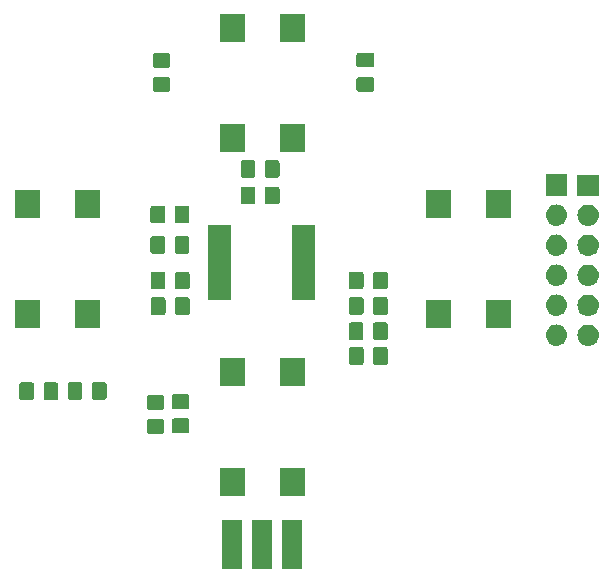
<source format=gts>
G04 #@! TF.GenerationSoftware,KiCad,Pcbnew,(5.1.4)-1*
G04 #@! TF.CreationDate,2019-11-25T22:33:41+01:00*
G04 #@! TF.ProjectId,STEM,5354454d-2e6b-4696-9361-645f70636258,A*
G04 #@! TF.SameCoordinates,Original*
G04 #@! TF.FileFunction,Soldermask,Top*
G04 #@! TF.FilePolarity,Negative*
%FSLAX46Y46*%
G04 Gerber Fmt 4.6, Leading zero omitted, Abs format (unit mm)*
G04 Created by KiCad (PCBNEW (5.1.4)-1) date 2019-11-25 22:33:41*
%MOMM*%
%LPD*%
G04 APERTURE LIST*
%ADD10C,0.100000*%
G04 APERTURE END LIST*
D10*
G36*
X125853000Y-141209000D02*
G01*
X124227000Y-141209000D01*
X124227000Y-137107000D01*
X125853000Y-137107000D01*
X125853000Y-141209000D01*
X125853000Y-141209000D01*
G37*
G36*
X123313000Y-141209000D02*
G01*
X121687000Y-141209000D01*
X121687000Y-137107000D01*
X123313000Y-137107000D01*
X123313000Y-141209000D01*
X123313000Y-141209000D01*
G37*
G36*
X120773000Y-141209000D02*
G01*
X119147000Y-141209000D01*
X119147000Y-137107000D01*
X120773000Y-137107000D01*
X120773000Y-141209000D01*
X120773000Y-141209000D01*
G37*
G36*
X126139500Y-135062900D02*
G01*
X124012500Y-135062900D01*
X124012500Y-132685900D01*
X126139500Y-132685900D01*
X126139500Y-135062900D01*
X126139500Y-135062900D01*
G37*
G36*
X121064500Y-135062900D02*
G01*
X118937500Y-135062900D01*
X118937500Y-132685900D01*
X121064500Y-132685900D01*
X121064500Y-135062900D01*
X121064500Y-135062900D01*
G37*
G36*
X114064654Y-128555965D02*
G01*
X114102347Y-128567399D01*
X114137083Y-128585966D01*
X114167528Y-128610952D01*
X114192514Y-128641397D01*
X114211081Y-128676133D01*
X114222515Y-128713826D01*
X114226980Y-128759161D01*
X114226980Y-129595839D01*
X114222515Y-129641174D01*
X114211081Y-129678867D01*
X114192514Y-129713603D01*
X114167528Y-129744048D01*
X114137083Y-129769034D01*
X114102347Y-129787601D01*
X114064654Y-129799035D01*
X114019319Y-129803500D01*
X112932641Y-129803500D01*
X112887306Y-129799035D01*
X112849613Y-129787601D01*
X112814877Y-129769034D01*
X112784432Y-129744048D01*
X112759446Y-129713603D01*
X112740879Y-129678867D01*
X112729445Y-129641174D01*
X112724980Y-129595839D01*
X112724980Y-128759161D01*
X112729445Y-128713826D01*
X112740879Y-128676133D01*
X112759446Y-128641397D01*
X112784432Y-128610952D01*
X112814877Y-128585966D01*
X112849613Y-128567399D01*
X112887306Y-128555965D01*
X112932641Y-128551500D01*
X114019319Y-128551500D01*
X114064654Y-128555965D01*
X114064654Y-128555965D01*
G37*
G36*
X116193174Y-128507705D02*
G01*
X116230867Y-128519139D01*
X116265603Y-128537706D01*
X116296048Y-128562692D01*
X116321034Y-128593137D01*
X116339601Y-128627873D01*
X116351035Y-128665566D01*
X116355500Y-128710901D01*
X116355500Y-129547579D01*
X116351035Y-129592914D01*
X116339601Y-129630607D01*
X116321034Y-129665343D01*
X116296048Y-129695788D01*
X116265603Y-129720774D01*
X116230867Y-129739341D01*
X116193174Y-129750775D01*
X116147839Y-129755240D01*
X115061161Y-129755240D01*
X115015826Y-129750775D01*
X114978133Y-129739341D01*
X114943397Y-129720774D01*
X114912952Y-129695788D01*
X114887966Y-129665343D01*
X114869399Y-129630607D01*
X114857965Y-129592914D01*
X114853500Y-129547579D01*
X114853500Y-128710901D01*
X114857965Y-128665566D01*
X114869399Y-128627873D01*
X114887966Y-128593137D01*
X114912952Y-128562692D01*
X114943397Y-128537706D01*
X114978133Y-128519139D01*
X115015826Y-128507705D01*
X115061161Y-128503240D01*
X116147839Y-128503240D01*
X116193174Y-128507705D01*
X116193174Y-128507705D01*
G37*
G36*
X114064654Y-126505965D02*
G01*
X114102347Y-126517399D01*
X114137083Y-126535966D01*
X114167528Y-126560952D01*
X114192514Y-126591397D01*
X114211081Y-126626133D01*
X114222515Y-126663826D01*
X114226980Y-126709161D01*
X114226980Y-127545839D01*
X114222515Y-127591174D01*
X114211081Y-127628867D01*
X114192514Y-127663603D01*
X114167528Y-127694048D01*
X114137083Y-127719034D01*
X114102347Y-127737601D01*
X114064654Y-127749035D01*
X114019319Y-127753500D01*
X112932641Y-127753500D01*
X112887306Y-127749035D01*
X112849613Y-127737601D01*
X112814877Y-127719034D01*
X112784432Y-127694048D01*
X112759446Y-127663603D01*
X112740879Y-127628867D01*
X112729445Y-127591174D01*
X112724980Y-127545839D01*
X112724980Y-126709161D01*
X112729445Y-126663826D01*
X112740879Y-126626133D01*
X112759446Y-126591397D01*
X112784432Y-126560952D01*
X112814877Y-126535966D01*
X112849613Y-126517399D01*
X112887306Y-126505965D01*
X112932641Y-126501500D01*
X114019319Y-126501500D01*
X114064654Y-126505965D01*
X114064654Y-126505965D01*
G37*
G36*
X116193174Y-126457705D02*
G01*
X116230867Y-126469139D01*
X116265603Y-126487706D01*
X116296048Y-126512692D01*
X116321034Y-126543137D01*
X116339601Y-126577873D01*
X116351035Y-126615566D01*
X116355500Y-126660901D01*
X116355500Y-127497579D01*
X116351035Y-127542914D01*
X116339601Y-127580607D01*
X116321034Y-127615343D01*
X116296048Y-127645788D01*
X116265603Y-127670774D01*
X116230867Y-127689341D01*
X116193174Y-127700775D01*
X116147839Y-127705240D01*
X115061161Y-127705240D01*
X115015826Y-127700775D01*
X114978133Y-127689341D01*
X114943397Y-127670774D01*
X114912952Y-127645788D01*
X114887966Y-127615343D01*
X114869399Y-127580607D01*
X114857965Y-127542914D01*
X114853500Y-127497579D01*
X114853500Y-126660901D01*
X114857965Y-126615566D01*
X114869399Y-126577873D01*
X114887966Y-126543137D01*
X114912952Y-126512692D01*
X114943397Y-126487706D01*
X114978133Y-126469139D01*
X115015826Y-126457705D01*
X115061161Y-126453240D01*
X116147839Y-126453240D01*
X116193174Y-126457705D01*
X116193174Y-126457705D01*
G37*
G36*
X103038674Y-125451465D02*
G01*
X103076367Y-125462899D01*
X103111103Y-125481466D01*
X103141548Y-125506452D01*
X103166534Y-125536897D01*
X103185101Y-125571633D01*
X103196535Y-125609326D01*
X103201000Y-125654661D01*
X103201000Y-126741339D01*
X103196535Y-126786674D01*
X103185101Y-126824367D01*
X103166534Y-126859103D01*
X103141548Y-126889548D01*
X103111103Y-126914534D01*
X103076367Y-126933101D01*
X103038674Y-126944535D01*
X102993339Y-126949000D01*
X102156661Y-126949000D01*
X102111326Y-126944535D01*
X102073633Y-126933101D01*
X102038897Y-126914534D01*
X102008452Y-126889548D01*
X101983466Y-126859103D01*
X101964899Y-126824367D01*
X101953465Y-126786674D01*
X101949000Y-126741339D01*
X101949000Y-125654661D01*
X101953465Y-125609326D01*
X101964899Y-125571633D01*
X101983466Y-125536897D01*
X102008452Y-125506452D01*
X102038897Y-125481466D01*
X102073633Y-125462899D01*
X102111326Y-125451465D01*
X102156661Y-125447000D01*
X102993339Y-125447000D01*
X103038674Y-125451465D01*
X103038674Y-125451465D01*
G37*
G36*
X105088674Y-125451465D02*
G01*
X105126367Y-125462899D01*
X105161103Y-125481466D01*
X105191548Y-125506452D01*
X105216534Y-125536897D01*
X105235101Y-125571633D01*
X105246535Y-125609326D01*
X105251000Y-125654661D01*
X105251000Y-126741339D01*
X105246535Y-126786674D01*
X105235101Y-126824367D01*
X105216534Y-126859103D01*
X105191548Y-126889548D01*
X105161103Y-126914534D01*
X105126367Y-126933101D01*
X105088674Y-126944535D01*
X105043339Y-126949000D01*
X104206661Y-126949000D01*
X104161326Y-126944535D01*
X104123633Y-126933101D01*
X104088897Y-126914534D01*
X104058452Y-126889548D01*
X104033466Y-126859103D01*
X104014899Y-126824367D01*
X104003465Y-126786674D01*
X103999000Y-126741339D01*
X103999000Y-125654661D01*
X104003465Y-125609326D01*
X104014899Y-125571633D01*
X104033466Y-125536897D01*
X104058452Y-125506452D01*
X104088897Y-125481466D01*
X104123633Y-125462899D01*
X104161326Y-125451465D01*
X104206661Y-125447000D01*
X105043339Y-125447000D01*
X105088674Y-125451465D01*
X105088674Y-125451465D01*
G37*
G36*
X107118674Y-125421465D02*
G01*
X107156367Y-125432899D01*
X107191103Y-125451466D01*
X107221548Y-125476452D01*
X107246534Y-125506897D01*
X107265101Y-125541633D01*
X107276535Y-125579326D01*
X107281000Y-125624661D01*
X107281000Y-126711339D01*
X107276535Y-126756674D01*
X107265101Y-126794367D01*
X107246534Y-126829103D01*
X107221548Y-126859548D01*
X107191103Y-126884534D01*
X107156367Y-126903101D01*
X107118674Y-126914535D01*
X107073339Y-126919000D01*
X106236661Y-126919000D01*
X106191326Y-126914535D01*
X106153633Y-126903101D01*
X106118897Y-126884534D01*
X106088452Y-126859548D01*
X106063466Y-126829103D01*
X106044899Y-126794367D01*
X106033465Y-126756674D01*
X106029000Y-126711339D01*
X106029000Y-125624661D01*
X106033465Y-125579326D01*
X106044899Y-125541633D01*
X106063466Y-125506897D01*
X106088452Y-125476452D01*
X106118897Y-125451466D01*
X106153633Y-125432899D01*
X106191326Y-125421465D01*
X106236661Y-125417000D01*
X107073339Y-125417000D01*
X107118674Y-125421465D01*
X107118674Y-125421465D01*
G37*
G36*
X109168674Y-125421465D02*
G01*
X109206367Y-125432899D01*
X109241103Y-125451466D01*
X109271548Y-125476452D01*
X109296534Y-125506897D01*
X109315101Y-125541633D01*
X109326535Y-125579326D01*
X109331000Y-125624661D01*
X109331000Y-126711339D01*
X109326535Y-126756674D01*
X109315101Y-126794367D01*
X109296534Y-126829103D01*
X109271548Y-126859548D01*
X109241103Y-126884534D01*
X109206367Y-126903101D01*
X109168674Y-126914535D01*
X109123339Y-126919000D01*
X108286661Y-126919000D01*
X108241326Y-126914535D01*
X108203633Y-126903101D01*
X108168897Y-126884534D01*
X108138452Y-126859548D01*
X108113466Y-126829103D01*
X108094899Y-126794367D01*
X108083465Y-126756674D01*
X108079000Y-126711339D01*
X108079000Y-125624661D01*
X108083465Y-125579326D01*
X108094899Y-125541633D01*
X108113466Y-125506897D01*
X108138452Y-125476452D01*
X108168897Y-125451466D01*
X108203633Y-125432899D01*
X108241326Y-125421465D01*
X108286661Y-125417000D01*
X109123339Y-125417000D01*
X109168674Y-125421465D01*
X109168674Y-125421465D01*
G37*
G36*
X121064500Y-125738900D02*
G01*
X118937500Y-125738900D01*
X118937500Y-123361900D01*
X121064500Y-123361900D01*
X121064500Y-125738900D01*
X121064500Y-125738900D01*
G37*
G36*
X126139500Y-125738900D02*
G01*
X124012500Y-125738900D01*
X124012500Y-123361900D01*
X126139500Y-123361900D01*
X126139500Y-125738900D01*
X126139500Y-125738900D01*
G37*
G36*
X132985954Y-122463125D02*
G01*
X133023647Y-122474559D01*
X133058383Y-122493126D01*
X133088828Y-122518112D01*
X133113814Y-122548557D01*
X133132381Y-122583293D01*
X133143815Y-122620986D01*
X133148280Y-122666321D01*
X133148280Y-123752999D01*
X133143815Y-123798334D01*
X133132381Y-123836027D01*
X133113814Y-123870763D01*
X133088828Y-123901208D01*
X133058383Y-123926194D01*
X133023647Y-123944761D01*
X132985954Y-123956195D01*
X132940619Y-123960660D01*
X132103941Y-123960660D01*
X132058606Y-123956195D01*
X132020913Y-123944761D01*
X131986177Y-123926194D01*
X131955732Y-123901208D01*
X131930746Y-123870763D01*
X131912179Y-123836027D01*
X131900745Y-123798334D01*
X131896280Y-123752999D01*
X131896280Y-122666321D01*
X131900745Y-122620986D01*
X131912179Y-122583293D01*
X131930746Y-122548557D01*
X131955732Y-122518112D01*
X131986177Y-122493126D01*
X132020913Y-122474559D01*
X132058606Y-122463125D01*
X132103941Y-122458660D01*
X132940619Y-122458660D01*
X132985954Y-122463125D01*
X132985954Y-122463125D01*
G37*
G36*
X130935954Y-122463125D02*
G01*
X130973647Y-122474559D01*
X131008383Y-122493126D01*
X131038828Y-122518112D01*
X131063814Y-122548557D01*
X131082381Y-122583293D01*
X131093815Y-122620986D01*
X131098280Y-122666321D01*
X131098280Y-123752999D01*
X131093815Y-123798334D01*
X131082381Y-123836027D01*
X131063814Y-123870763D01*
X131038828Y-123901208D01*
X131008383Y-123926194D01*
X130973647Y-123944761D01*
X130935954Y-123956195D01*
X130890619Y-123960660D01*
X130053941Y-123960660D01*
X130008606Y-123956195D01*
X129970913Y-123944761D01*
X129936177Y-123926194D01*
X129905732Y-123901208D01*
X129880746Y-123870763D01*
X129862179Y-123836027D01*
X129850745Y-123798334D01*
X129846280Y-123752999D01*
X129846280Y-122666321D01*
X129850745Y-122620986D01*
X129862179Y-122583293D01*
X129880746Y-122548557D01*
X129905732Y-122518112D01*
X129936177Y-122493126D01*
X129970913Y-122474559D01*
X130008606Y-122463125D01*
X130053941Y-122458660D01*
X130890619Y-122458660D01*
X130935954Y-122463125D01*
X130935954Y-122463125D01*
G37*
G36*
X150210442Y-120575118D02*
G01*
X150276627Y-120581637D01*
X150446466Y-120633157D01*
X150602991Y-120716822D01*
X150638729Y-120746152D01*
X150740186Y-120829414D01*
X150823448Y-120930871D01*
X150852778Y-120966609D01*
X150852779Y-120966611D01*
X150924898Y-121101534D01*
X150936443Y-121123134D01*
X150987963Y-121292973D01*
X151005359Y-121469600D01*
X150987963Y-121646227D01*
X150936443Y-121816066D01*
X150852778Y-121972591D01*
X150823448Y-122008329D01*
X150740186Y-122109786D01*
X150638729Y-122193048D01*
X150602991Y-122222378D01*
X150602989Y-122222379D01*
X150486877Y-122284443D01*
X150446466Y-122306043D01*
X150276627Y-122357563D01*
X150210442Y-122364082D01*
X150144260Y-122370600D01*
X150055740Y-122370600D01*
X149989558Y-122364082D01*
X149923373Y-122357563D01*
X149753534Y-122306043D01*
X149713124Y-122284443D01*
X149597011Y-122222379D01*
X149597009Y-122222378D01*
X149561271Y-122193048D01*
X149459814Y-122109786D01*
X149376552Y-122008329D01*
X149347222Y-121972591D01*
X149263557Y-121816066D01*
X149212037Y-121646227D01*
X149194641Y-121469600D01*
X149212037Y-121292973D01*
X149263557Y-121123134D01*
X149275103Y-121101534D01*
X149347221Y-120966611D01*
X149347222Y-120966609D01*
X149376552Y-120930871D01*
X149459814Y-120829414D01*
X149561271Y-120746152D01*
X149597009Y-120716822D01*
X149753534Y-120633157D01*
X149923373Y-120581637D01*
X149989558Y-120575118D01*
X150055740Y-120568600D01*
X150144260Y-120568600D01*
X150210442Y-120575118D01*
X150210442Y-120575118D01*
G37*
G36*
X147530442Y-120553518D02*
G01*
X147596627Y-120560037D01*
X147766466Y-120611557D01*
X147766468Y-120611558D01*
X147806878Y-120633158D01*
X147922991Y-120695222D01*
X147949309Y-120716821D01*
X148060186Y-120807814D01*
X148143448Y-120909271D01*
X148172778Y-120945009D01*
X148256443Y-121101534D01*
X148307963Y-121271373D01*
X148325359Y-121448000D01*
X148307963Y-121624627D01*
X148256443Y-121794466D01*
X148256442Y-121794468D01*
X148244896Y-121816068D01*
X148172778Y-121950991D01*
X148155053Y-121972589D01*
X148060186Y-122088186D01*
X147958729Y-122171448D01*
X147922991Y-122200778D01*
X147766466Y-122284443D01*
X147596627Y-122335963D01*
X147530443Y-122342481D01*
X147464260Y-122349000D01*
X147375740Y-122349000D01*
X147309557Y-122342481D01*
X147243373Y-122335963D01*
X147073534Y-122284443D01*
X146917009Y-122200778D01*
X146881271Y-122171448D01*
X146779814Y-122088186D01*
X146684947Y-121972589D01*
X146667222Y-121950991D01*
X146595104Y-121816068D01*
X146583558Y-121794468D01*
X146583557Y-121794466D01*
X146532037Y-121624627D01*
X146514641Y-121448000D01*
X146532037Y-121271373D01*
X146583557Y-121101534D01*
X146667222Y-120945009D01*
X146696552Y-120909271D01*
X146779814Y-120807814D01*
X146890691Y-120716821D01*
X146917009Y-120695222D01*
X147033122Y-120633158D01*
X147073532Y-120611558D01*
X147073534Y-120611557D01*
X147243373Y-120560037D01*
X147309558Y-120553518D01*
X147375740Y-120547000D01*
X147464260Y-120547000D01*
X147530442Y-120553518D01*
X147530442Y-120553518D01*
G37*
G36*
X132974414Y-120370165D02*
G01*
X133012107Y-120381599D01*
X133046843Y-120400166D01*
X133077288Y-120425152D01*
X133102274Y-120455597D01*
X133120841Y-120490333D01*
X133132275Y-120528026D01*
X133136740Y-120573361D01*
X133136740Y-121660039D01*
X133132275Y-121705374D01*
X133120841Y-121743067D01*
X133102274Y-121777803D01*
X133077288Y-121808248D01*
X133046843Y-121833234D01*
X133012107Y-121851801D01*
X132974414Y-121863235D01*
X132929079Y-121867700D01*
X132092401Y-121867700D01*
X132047066Y-121863235D01*
X132009373Y-121851801D01*
X131974637Y-121833234D01*
X131944192Y-121808248D01*
X131919206Y-121777803D01*
X131900639Y-121743067D01*
X131889205Y-121705374D01*
X131884740Y-121660039D01*
X131884740Y-120573361D01*
X131889205Y-120528026D01*
X131900639Y-120490333D01*
X131919206Y-120455597D01*
X131944192Y-120425152D01*
X131974637Y-120400166D01*
X132009373Y-120381599D01*
X132047066Y-120370165D01*
X132092401Y-120365700D01*
X132929079Y-120365700D01*
X132974414Y-120370165D01*
X132974414Y-120370165D01*
G37*
G36*
X130924414Y-120370165D02*
G01*
X130962107Y-120381599D01*
X130996843Y-120400166D01*
X131027288Y-120425152D01*
X131052274Y-120455597D01*
X131070841Y-120490333D01*
X131082275Y-120528026D01*
X131086740Y-120573361D01*
X131086740Y-121660039D01*
X131082275Y-121705374D01*
X131070841Y-121743067D01*
X131052274Y-121777803D01*
X131027288Y-121808248D01*
X130996843Y-121833234D01*
X130962107Y-121851801D01*
X130924414Y-121863235D01*
X130879079Y-121867700D01*
X130042401Y-121867700D01*
X129997066Y-121863235D01*
X129959373Y-121851801D01*
X129924637Y-121833234D01*
X129894192Y-121808248D01*
X129869206Y-121777803D01*
X129850639Y-121743067D01*
X129839205Y-121705374D01*
X129834740Y-121660039D01*
X129834740Y-120573361D01*
X129839205Y-120528026D01*
X129850639Y-120490333D01*
X129869206Y-120455597D01*
X129894192Y-120425152D01*
X129924637Y-120400166D01*
X129959373Y-120381599D01*
X129997066Y-120370165D01*
X130042401Y-120365700D01*
X130879079Y-120365700D01*
X130924414Y-120370165D01*
X130924414Y-120370165D01*
G37*
G36*
X143564500Y-120860500D02*
G01*
X141437500Y-120860500D01*
X141437500Y-118483500D01*
X143564500Y-118483500D01*
X143564500Y-120860500D01*
X143564500Y-120860500D01*
G37*
G36*
X138489500Y-120860500D02*
G01*
X136362500Y-120860500D01*
X136362500Y-118483500D01*
X138489500Y-118483500D01*
X138489500Y-120860500D01*
X138489500Y-120860500D01*
G37*
G36*
X103726500Y-120855300D02*
G01*
X101599500Y-120855300D01*
X101599500Y-118478300D01*
X103726500Y-118478300D01*
X103726500Y-120855300D01*
X103726500Y-120855300D01*
G37*
G36*
X108801500Y-120855300D02*
G01*
X106674500Y-120855300D01*
X106674500Y-118478300D01*
X108801500Y-118478300D01*
X108801500Y-120855300D01*
X108801500Y-120855300D01*
G37*
G36*
X150210443Y-118035119D02*
G01*
X150276627Y-118041637D01*
X150446466Y-118093157D01*
X150602991Y-118176822D01*
X150638729Y-118206152D01*
X150740186Y-118289414D01*
X150820112Y-118386806D01*
X150852778Y-118426609D01*
X150852779Y-118426611D01*
X150924898Y-118561534D01*
X150936443Y-118583134D01*
X150987963Y-118752973D01*
X151005359Y-118929600D01*
X150987963Y-119106227D01*
X150936443Y-119276066D01*
X150852778Y-119432591D01*
X150834956Y-119454307D01*
X150740186Y-119569786D01*
X150680902Y-119618438D01*
X150602991Y-119682378D01*
X150530267Y-119721250D01*
X150486877Y-119744443D01*
X150446466Y-119766043D01*
X150276627Y-119817563D01*
X150210442Y-119824082D01*
X150144260Y-119830600D01*
X150055740Y-119830600D01*
X149989558Y-119824082D01*
X149923373Y-119817563D01*
X149753534Y-119766043D01*
X149713124Y-119744443D01*
X149669733Y-119721250D01*
X149597009Y-119682378D01*
X149519098Y-119618438D01*
X149459814Y-119569786D01*
X149365044Y-119454307D01*
X149347222Y-119432591D01*
X149263557Y-119276066D01*
X149212037Y-119106227D01*
X149194641Y-118929600D01*
X149212037Y-118752973D01*
X149263557Y-118583134D01*
X149275103Y-118561534D01*
X149347221Y-118426611D01*
X149347222Y-118426609D01*
X149379888Y-118386806D01*
X149459814Y-118289414D01*
X149561271Y-118206152D01*
X149597009Y-118176822D01*
X149753534Y-118093157D01*
X149923373Y-118041637D01*
X149989557Y-118035119D01*
X150055740Y-118028600D01*
X150144260Y-118028600D01*
X150210443Y-118035119D01*
X150210443Y-118035119D01*
G37*
G36*
X147530442Y-118013518D02*
G01*
X147596627Y-118020037D01*
X147766466Y-118071557D01*
X147766468Y-118071558D01*
X147806878Y-118093158D01*
X147922991Y-118155222D01*
X147949309Y-118176821D01*
X148060186Y-118267814D01*
X148126905Y-118349113D01*
X148172778Y-118405009D01*
X148256443Y-118561534D01*
X148307963Y-118731373D01*
X148325359Y-118908000D01*
X148307963Y-119084627D01*
X148256443Y-119254466D01*
X148256442Y-119254468D01*
X148244896Y-119276068D01*
X148172778Y-119410991D01*
X148155053Y-119432589D01*
X148060186Y-119548186D01*
X147974582Y-119618438D01*
X147922991Y-119660778D01*
X147766466Y-119744443D01*
X147596627Y-119795963D01*
X147530443Y-119802481D01*
X147464260Y-119809000D01*
X147375740Y-119809000D01*
X147309557Y-119802481D01*
X147243373Y-119795963D01*
X147073534Y-119744443D01*
X146917009Y-119660778D01*
X146865418Y-119618438D01*
X146779814Y-119548186D01*
X146684947Y-119432589D01*
X146667222Y-119410991D01*
X146595104Y-119276068D01*
X146583558Y-119254468D01*
X146583557Y-119254466D01*
X146532037Y-119084627D01*
X146514641Y-118908000D01*
X146532037Y-118731373D01*
X146583557Y-118561534D01*
X146667222Y-118405009D01*
X146713095Y-118349113D01*
X146779814Y-118267814D01*
X146890691Y-118176821D01*
X146917009Y-118155222D01*
X147033122Y-118093158D01*
X147073532Y-118071558D01*
X147073534Y-118071557D01*
X147243373Y-118020037D01*
X147309558Y-118013518D01*
X147375740Y-118007000D01*
X147464260Y-118007000D01*
X147530442Y-118013518D01*
X147530442Y-118013518D01*
G37*
G36*
X114163674Y-118241865D02*
G01*
X114201367Y-118253299D01*
X114236103Y-118271866D01*
X114266548Y-118296852D01*
X114291534Y-118327297D01*
X114310101Y-118362033D01*
X114321535Y-118399726D01*
X114326000Y-118445061D01*
X114326000Y-119531739D01*
X114321535Y-119577074D01*
X114310101Y-119614767D01*
X114291534Y-119649503D01*
X114266548Y-119679948D01*
X114236103Y-119704934D01*
X114201367Y-119723501D01*
X114163674Y-119734935D01*
X114118339Y-119739400D01*
X113281661Y-119739400D01*
X113236326Y-119734935D01*
X113198633Y-119723501D01*
X113163897Y-119704934D01*
X113133452Y-119679948D01*
X113108466Y-119649503D01*
X113089899Y-119614767D01*
X113078465Y-119577074D01*
X113074000Y-119531739D01*
X113074000Y-118445061D01*
X113078465Y-118399726D01*
X113089899Y-118362033D01*
X113108466Y-118327297D01*
X113133452Y-118296852D01*
X113163897Y-118271866D01*
X113198633Y-118253299D01*
X113236326Y-118241865D01*
X113281661Y-118237400D01*
X114118339Y-118237400D01*
X114163674Y-118241865D01*
X114163674Y-118241865D01*
G37*
G36*
X116213674Y-118241865D02*
G01*
X116251367Y-118253299D01*
X116286103Y-118271866D01*
X116316548Y-118296852D01*
X116341534Y-118327297D01*
X116360101Y-118362033D01*
X116371535Y-118399726D01*
X116376000Y-118445061D01*
X116376000Y-119531739D01*
X116371535Y-119577074D01*
X116360101Y-119614767D01*
X116341534Y-119649503D01*
X116316548Y-119679948D01*
X116286103Y-119704934D01*
X116251367Y-119723501D01*
X116213674Y-119734935D01*
X116168339Y-119739400D01*
X115331661Y-119739400D01*
X115286326Y-119734935D01*
X115248633Y-119723501D01*
X115213897Y-119704934D01*
X115183452Y-119679948D01*
X115158466Y-119649503D01*
X115139899Y-119614767D01*
X115128465Y-119577074D01*
X115124000Y-119531739D01*
X115124000Y-118445061D01*
X115128465Y-118399726D01*
X115139899Y-118362033D01*
X115158466Y-118327297D01*
X115183452Y-118296852D01*
X115213897Y-118271866D01*
X115248633Y-118253299D01*
X115286326Y-118241865D01*
X115331661Y-118237400D01*
X116168339Y-118237400D01*
X116213674Y-118241865D01*
X116213674Y-118241865D01*
G37*
G36*
X132976954Y-118228945D02*
G01*
X133014647Y-118240379D01*
X133049383Y-118258946D01*
X133079828Y-118283932D01*
X133104814Y-118314377D01*
X133123381Y-118349113D01*
X133134815Y-118386806D01*
X133139280Y-118432141D01*
X133139280Y-119518819D01*
X133134815Y-119564154D01*
X133123381Y-119601847D01*
X133104814Y-119636583D01*
X133079828Y-119667028D01*
X133049383Y-119692014D01*
X133014647Y-119710581D01*
X132976954Y-119722015D01*
X132931619Y-119726480D01*
X132094941Y-119726480D01*
X132049606Y-119722015D01*
X132011913Y-119710581D01*
X131977177Y-119692014D01*
X131946732Y-119667028D01*
X131921746Y-119636583D01*
X131903179Y-119601847D01*
X131891745Y-119564154D01*
X131887280Y-119518819D01*
X131887280Y-118432141D01*
X131891745Y-118386806D01*
X131903179Y-118349113D01*
X131921746Y-118314377D01*
X131946732Y-118283932D01*
X131977177Y-118258946D01*
X132011913Y-118240379D01*
X132049606Y-118228945D01*
X132094941Y-118224480D01*
X132931619Y-118224480D01*
X132976954Y-118228945D01*
X132976954Y-118228945D01*
G37*
G36*
X130926954Y-118228945D02*
G01*
X130964647Y-118240379D01*
X130999383Y-118258946D01*
X131029828Y-118283932D01*
X131054814Y-118314377D01*
X131073381Y-118349113D01*
X131084815Y-118386806D01*
X131089280Y-118432141D01*
X131089280Y-119518819D01*
X131084815Y-119564154D01*
X131073381Y-119601847D01*
X131054814Y-119636583D01*
X131029828Y-119667028D01*
X130999383Y-119692014D01*
X130964647Y-119710581D01*
X130926954Y-119722015D01*
X130881619Y-119726480D01*
X130044941Y-119726480D01*
X129999606Y-119722015D01*
X129961913Y-119710581D01*
X129927177Y-119692014D01*
X129896732Y-119667028D01*
X129871746Y-119636583D01*
X129853179Y-119601847D01*
X129841745Y-119564154D01*
X129837280Y-119518819D01*
X129837280Y-118432141D01*
X129841745Y-118386806D01*
X129853179Y-118349113D01*
X129871746Y-118314377D01*
X129896732Y-118283932D01*
X129927177Y-118258946D01*
X129961913Y-118240379D01*
X129999606Y-118228945D01*
X130044941Y-118224480D01*
X130881619Y-118224480D01*
X130926954Y-118228945D01*
X130926954Y-118228945D01*
G37*
G36*
X119851000Y-118488000D02*
G01*
X117949000Y-118488000D01*
X117949000Y-112086000D01*
X119851000Y-112086000D01*
X119851000Y-118488000D01*
X119851000Y-118488000D01*
G37*
G36*
X126951000Y-118488000D02*
G01*
X125049000Y-118488000D01*
X125049000Y-112086000D01*
X126951000Y-112086000D01*
X126951000Y-118488000D01*
X126951000Y-118488000D01*
G37*
G36*
X114151634Y-116087725D02*
G01*
X114189327Y-116099159D01*
X114224063Y-116117726D01*
X114254508Y-116142712D01*
X114279494Y-116173157D01*
X114298061Y-116207893D01*
X114309495Y-116245586D01*
X114313960Y-116290921D01*
X114313960Y-117377599D01*
X114309495Y-117422934D01*
X114298061Y-117460627D01*
X114279494Y-117495363D01*
X114254508Y-117525808D01*
X114224063Y-117550794D01*
X114189327Y-117569361D01*
X114151634Y-117580795D01*
X114106299Y-117585260D01*
X113269621Y-117585260D01*
X113224286Y-117580795D01*
X113186593Y-117569361D01*
X113151857Y-117550794D01*
X113121412Y-117525808D01*
X113096426Y-117495363D01*
X113077859Y-117460627D01*
X113066425Y-117422934D01*
X113061960Y-117377599D01*
X113061960Y-116290921D01*
X113066425Y-116245586D01*
X113077859Y-116207893D01*
X113096426Y-116173157D01*
X113121412Y-116142712D01*
X113151857Y-116117726D01*
X113186593Y-116099159D01*
X113224286Y-116087725D01*
X113269621Y-116083260D01*
X114106299Y-116083260D01*
X114151634Y-116087725D01*
X114151634Y-116087725D01*
G37*
G36*
X116201634Y-116087725D02*
G01*
X116239327Y-116099159D01*
X116274063Y-116117726D01*
X116304508Y-116142712D01*
X116329494Y-116173157D01*
X116348061Y-116207893D01*
X116359495Y-116245586D01*
X116363960Y-116290921D01*
X116363960Y-117377599D01*
X116359495Y-117422934D01*
X116348061Y-117460627D01*
X116329494Y-117495363D01*
X116304508Y-117525808D01*
X116274063Y-117550794D01*
X116239327Y-117569361D01*
X116201634Y-117580795D01*
X116156299Y-117585260D01*
X115319621Y-117585260D01*
X115274286Y-117580795D01*
X115236593Y-117569361D01*
X115201857Y-117550794D01*
X115171412Y-117525808D01*
X115146426Y-117495363D01*
X115127859Y-117460627D01*
X115116425Y-117422934D01*
X115111960Y-117377599D01*
X115111960Y-116290921D01*
X115116425Y-116245586D01*
X115127859Y-116207893D01*
X115146426Y-116173157D01*
X115171412Y-116142712D01*
X115201857Y-116117726D01*
X115236593Y-116099159D01*
X115274286Y-116087725D01*
X115319621Y-116083260D01*
X116156299Y-116083260D01*
X116201634Y-116087725D01*
X116201634Y-116087725D01*
G37*
G36*
X130926954Y-116077565D02*
G01*
X130964647Y-116088999D01*
X130999383Y-116107566D01*
X131029828Y-116132552D01*
X131054814Y-116162997D01*
X131073381Y-116197733D01*
X131084815Y-116235426D01*
X131089280Y-116280761D01*
X131089280Y-117367439D01*
X131084815Y-117412774D01*
X131073381Y-117450467D01*
X131054814Y-117485203D01*
X131029828Y-117515648D01*
X130999383Y-117540634D01*
X130964647Y-117559201D01*
X130926954Y-117570635D01*
X130881619Y-117575100D01*
X130044941Y-117575100D01*
X129999606Y-117570635D01*
X129961913Y-117559201D01*
X129927177Y-117540634D01*
X129896732Y-117515648D01*
X129871746Y-117485203D01*
X129853179Y-117450467D01*
X129841745Y-117412774D01*
X129837280Y-117367439D01*
X129837280Y-116280761D01*
X129841745Y-116235426D01*
X129853179Y-116197733D01*
X129871746Y-116162997D01*
X129896732Y-116132552D01*
X129927177Y-116107566D01*
X129961913Y-116088999D01*
X129999606Y-116077565D01*
X130044941Y-116073100D01*
X130881619Y-116073100D01*
X130926954Y-116077565D01*
X130926954Y-116077565D01*
G37*
G36*
X132976954Y-116077565D02*
G01*
X133014647Y-116088999D01*
X133049383Y-116107566D01*
X133079828Y-116132552D01*
X133104814Y-116162997D01*
X133123381Y-116197733D01*
X133134815Y-116235426D01*
X133139280Y-116280761D01*
X133139280Y-117367439D01*
X133134815Y-117412774D01*
X133123381Y-117450467D01*
X133104814Y-117485203D01*
X133079828Y-117515648D01*
X133049383Y-117540634D01*
X133014647Y-117559201D01*
X132976954Y-117570635D01*
X132931619Y-117575100D01*
X132094941Y-117575100D01*
X132049606Y-117570635D01*
X132011913Y-117559201D01*
X131977177Y-117540634D01*
X131946732Y-117515648D01*
X131921746Y-117485203D01*
X131903179Y-117450467D01*
X131891745Y-117412774D01*
X131887280Y-117367439D01*
X131887280Y-116280761D01*
X131891745Y-116235426D01*
X131903179Y-116197733D01*
X131921746Y-116162997D01*
X131946732Y-116132552D01*
X131977177Y-116107566D01*
X132011913Y-116088999D01*
X132049606Y-116077565D01*
X132094941Y-116073100D01*
X132931619Y-116073100D01*
X132976954Y-116077565D01*
X132976954Y-116077565D01*
G37*
G36*
X150210443Y-115495119D02*
G01*
X150276627Y-115501637D01*
X150446466Y-115553157D01*
X150602991Y-115636822D01*
X150638729Y-115666152D01*
X150740186Y-115749414D01*
X150823448Y-115850871D01*
X150852778Y-115886609D01*
X150894611Y-115964872D01*
X150924898Y-116021534D01*
X150936443Y-116043134D01*
X150987963Y-116212973D01*
X151005359Y-116389600D01*
X150987963Y-116566227D01*
X150936443Y-116736066D01*
X150852778Y-116892591D01*
X150823448Y-116928329D01*
X150740186Y-117029786D01*
X150638729Y-117113048D01*
X150602991Y-117142378D01*
X150602989Y-117142379D01*
X150486877Y-117204443D01*
X150446466Y-117226043D01*
X150276627Y-117277563D01*
X150210443Y-117284081D01*
X150144260Y-117290600D01*
X150055740Y-117290600D01*
X149989557Y-117284081D01*
X149923373Y-117277563D01*
X149753534Y-117226043D01*
X149713124Y-117204443D01*
X149597011Y-117142379D01*
X149597009Y-117142378D01*
X149561271Y-117113048D01*
X149459814Y-117029786D01*
X149376552Y-116928329D01*
X149347222Y-116892591D01*
X149263557Y-116736066D01*
X149212037Y-116566227D01*
X149194641Y-116389600D01*
X149212037Y-116212973D01*
X149263557Y-116043134D01*
X149275103Y-116021534D01*
X149305389Y-115964872D01*
X149347222Y-115886609D01*
X149376552Y-115850871D01*
X149459814Y-115749414D01*
X149561271Y-115666152D01*
X149597009Y-115636822D01*
X149753534Y-115553157D01*
X149923373Y-115501637D01*
X149989557Y-115495119D01*
X150055740Y-115488600D01*
X150144260Y-115488600D01*
X150210443Y-115495119D01*
X150210443Y-115495119D01*
G37*
G36*
X147530442Y-115473518D02*
G01*
X147596627Y-115480037D01*
X147766466Y-115531557D01*
X147766468Y-115531558D01*
X147806878Y-115553158D01*
X147922991Y-115615222D01*
X147949309Y-115636821D01*
X148060186Y-115727814D01*
X148143448Y-115829271D01*
X148172778Y-115865009D01*
X148256443Y-116021534D01*
X148307963Y-116191373D01*
X148325359Y-116368000D01*
X148307963Y-116544627D01*
X148280245Y-116636000D01*
X148256442Y-116714468D01*
X148244896Y-116736068D01*
X148172778Y-116870991D01*
X148155053Y-116892589D01*
X148060186Y-117008186D01*
X147958729Y-117091448D01*
X147922991Y-117120778D01*
X147882579Y-117142379D01*
X147797229Y-117188000D01*
X147766466Y-117204443D01*
X147596627Y-117255963D01*
X147530442Y-117262482D01*
X147464260Y-117269000D01*
X147375740Y-117269000D01*
X147309558Y-117262482D01*
X147243373Y-117255963D01*
X147073534Y-117204443D01*
X147042772Y-117188000D01*
X146957421Y-117142379D01*
X146917009Y-117120778D01*
X146881271Y-117091448D01*
X146779814Y-117008186D01*
X146684947Y-116892589D01*
X146667222Y-116870991D01*
X146595104Y-116736068D01*
X146583558Y-116714468D01*
X146559755Y-116636000D01*
X146532037Y-116544627D01*
X146514641Y-116368000D01*
X146532037Y-116191373D01*
X146583557Y-116021534D01*
X146667222Y-115865009D01*
X146696552Y-115829271D01*
X146779814Y-115727814D01*
X146890691Y-115636821D01*
X146917009Y-115615222D01*
X147033122Y-115553158D01*
X147073532Y-115531558D01*
X147073534Y-115531557D01*
X147243373Y-115480037D01*
X147309558Y-115473518D01*
X147375740Y-115467000D01*
X147464260Y-115467000D01*
X147530442Y-115473518D01*
X147530442Y-115473518D01*
G37*
G36*
X150210443Y-112955119D02*
G01*
X150276627Y-112961637D01*
X150446466Y-113013157D01*
X150602991Y-113096822D01*
X150610359Y-113102869D01*
X150740186Y-113209414D01*
X150823448Y-113310871D01*
X150852778Y-113346609D01*
X150852779Y-113346611D01*
X150924898Y-113481534D01*
X150936443Y-113503134D01*
X150987963Y-113672973D01*
X151005359Y-113849600D01*
X150987963Y-114026227D01*
X150936443Y-114196066D01*
X150852778Y-114352591D01*
X150823448Y-114388329D01*
X150740186Y-114489786D01*
X150655847Y-114559000D01*
X150602991Y-114602378D01*
X150602989Y-114602379D01*
X150446547Y-114686000D01*
X150446466Y-114686043D01*
X150276627Y-114737563D01*
X150210443Y-114744081D01*
X150144260Y-114750600D01*
X150055740Y-114750600D01*
X149989557Y-114744081D01*
X149923373Y-114737563D01*
X149753534Y-114686043D01*
X149753454Y-114686000D01*
X149597011Y-114602379D01*
X149597009Y-114602378D01*
X149544153Y-114559000D01*
X149459814Y-114489786D01*
X149376552Y-114388329D01*
X149347222Y-114352591D01*
X149263557Y-114196066D01*
X149212037Y-114026227D01*
X149194641Y-113849600D01*
X149212037Y-113672973D01*
X149263557Y-113503134D01*
X149275103Y-113481534D01*
X149347221Y-113346611D01*
X149347222Y-113346609D01*
X149376552Y-113310871D01*
X149459814Y-113209414D01*
X149589641Y-113102869D01*
X149597009Y-113096822D01*
X149753534Y-113013157D01*
X149923373Y-112961637D01*
X149989557Y-112955119D01*
X150055740Y-112948600D01*
X150144260Y-112948600D01*
X150210443Y-112955119D01*
X150210443Y-112955119D01*
G37*
G36*
X147530443Y-112933519D02*
G01*
X147596627Y-112940037D01*
X147766466Y-112991557D01*
X147766468Y-112991558D01*
X147806878Y-113013158D01*
X147922991Y-113075222D01*
X147926032Y-113077718D01*
X148060186Y-113187814D01*
X148132619Y-113276075D01*
X148172778Y-113325009D01*
X148256443Y-113481534D01*
X148307963Y-113651373D01*
X148325359Y-113828000D01*
X148307963Y-114004627D01*
X148298446Y-114036000D01*
X148256442Y-114174468D01*
X148244896Y-114196068D01*
X148172778Y-114330991D01*
X148155053Y-114352589D01*
X148060186Y-114468186D01*
X147968900Y-114543101D01*
X147922991Y-114580778D01*
X147766466Y-114664443D01*
X147596627Y-114715963D01*
X147530442Y-114722482D01*
X147464260Y-114729000D01*
X147375740Y-114729000D01*
X147309558Y-114722482D01*
X147243373Y-114715963D01*
X147073534Y-114664443D01*
X146917009Y-114580778D01*
X146871100Y-114543101D01*
X146779814Y-114468186D01*
X146684947Y-114352589D01*
X146667222Y-114330991D01*
X146595104Y-114196068D01*
X146583558Y-114174468D01*
X146541554Y-114036000D01*
X146532037Y-114004627D01*
X146514641Y-113828000D01*
X146532037Y-113651373D01*
X146583557Y-113481534D01*
X146667222Y-113325009D01*
X146707381Y-113276075D01*
X146779814Y-113187814D01*
X146913968Y-113077718D01*
X146917009Y-113075222D01*
X147033122Y-113013158D01*
X147073532Y-112991558D01*
X147073534Y-112991557D01*
X147243373Y-112940037D01*
X147309557Y-112933519D01*
X147375740Y-112927000D01*
X147464260Y-112927000D01*
X147530443Y-112933519D01*
X147530443Y-112933519D01*
G37*
G36*
X116188674Y-113061465D02*
G01*
X116226367Y-113072899D01*
X116261103Y-113091466D01*
X116291548Y-113116452D01*
X116316534Y-113146897D01*
X116335101Y-113181633D01*
X116346535Y-113219326D01*
X116351000Y-113264661D01*
X116351000Y-114351339D01*
X116346535Y-114396674D01*
X116335101Y-114434367D01*
X116316534Y-114469103D01*
X116291548Y-114499548D01*
X116261103Y-114524534D01*
X116226367Y-114543101D01*
X116188674Y-114554535D01*
X116143339Y-114559000D01*
X115306661Y-114559000D01*
X115261326Y-114554535D01*
X115223633Y-114543101D01*
X115188897Y-114524534D01*
X115158452Y-114499548D01*
X115133466Y-114469103D01*
X115114899Y-114434367D01*
X115103465Y-114396674D01*
X115099000Y-114351339D01*
X115099000Y-113264661D01*
X115103465Y-113219326D01*
X115114899Y-113181633D01*
X115133466Y-113146897D01*
X115158452Y-113116452D01*
X115188897Y-113091466D01*
X115223633Y-113072899D01*
X115261326Y-113061465D01*
X115306661Y-113057000D01*
X116143339Y-113057000D01*
X116188674Y-113061465D01*
X116188674Y-113061465D01*
G37*
G36*
X114138674Y-113061465D02*
G01*
X114176367Y-113072899D01*
X114211103Y-113091466D01*
X114241548Y-113116452D01*
X114266534Y-113146897D01*
X114285101Y-113181633D01*
X114296535Y-113219326D01*
X114301000Y-113264661D01*
X114301000Y-114351339D01*
X114296535Y-114396674D01*
X114285101Y-114434367D01*
X114266534Y-114469103D01*
X114241548Y-114499548D01*
X114211103Y-114524534D01*
X114176367Y-114543101D01*
X114138674Y-114554535D01*
X114093339Y-114559000D01*
X113256661Y-114559000D01*
X113211326Y-114554535D01*
X113173633Y-114543101D01*
X113138897Y-114524534D01*
X113108452Y-114499548D01*
X113083466Y-114469103D01*
X113064899Y-114434367D01*
X113053465Y-114396674D01*
X113049000Y-114351339D01*
X113049000Y-113264661D01*
X113053465Y-113219326D01*
X113064899Y-113181633D01*
X113083466Y-113146897D01*
X113108452Y-113116452D01*
X113138897Y-113091466D01*
X113173633Y-113072899D01*
X113211326Y-113061465D01*
X113256661Y-113057000D01*
X114093339Y-113057000D01*
X114138674Y-113061465D01*
X114138674Y-113061465D01*
G37*
G36*
X150210443Y-110415119D02*
G01*
X150276627Y-110421637D01*
X150446466Y-110473157D01*
X150602991Y-110556822D01*
X150615049Y-110566718D01*
X150740186Y-110669414D01*
X150813848Y-110759173D01*
X150852778Y-110806609D01*
X150852779Y-110806611D01*
X150924898Y-110941534D01*
X150936443Y-110963134D01*
X150987963Y-111132973D01*
X151005359Y-111309600D01*
X150987963Y-111486227D01*
X150936443Y-111656066D01*
X150852778Y-111812591D01*
X150841220Y-111826674D01*
X150740186Y-111949786D01*
X150638729Y-112033048D01*
X150602991Y-112062378D01*
X150602989Y-112062379D01*
X150486877Y-112124443D01*
X150446466Y-112146043D01*
X150276627Y-112197563D01*
X150210443Y-112204081D01*
X150144260Y-112210600D01*
X150055740Y-112210600D01*
X149989557Y-112204081D01*
X149923373Y-112197563D01*
X149753534Y-112146043D01*
X149713124Y-112124443D01*
X149597011Y-112062379D01*
X149597009Y-112062378D01*
X149561271Y-112033048D01*
X149459814Y-111949786D01*
X149358780Y-111826674D01*
X149347222Y-111812591D01*
X149263557Y-111656066D01*
X149212037Y-111486227D01*
X149194641Y-111309600D01*
X149212037Y-111132973D01*
X149263557Y-110963134D01*
X149275103Y-110941534D01*
X149347221Y-110806611D01*
X149347222Y-110806609D01*
X149386152Y-110759173D01*
X149459814Y-110669414D01*
X149584951Y-110566718D01*
X149597009Y-110556822D01*
X149753534Y-110473157D01*
X149923373Y-110421637D01*
X149989557Y-110415119D01*
X150055740Y-110408600D01*
X150144260Y-110408600D01*
X150210443Y-110415119D01*
X150210443Y-110415119D01*
G37*
G36*
X147530442Y-110393518D02*
G01*
X147596627Y-110400037D01*
X147766466Y-110451557D01*
X147766468Y-110451558D01*
X147806878Y-110473158D01*
X147922991Y-110535222D01*
X147949309Y-110556821D01*
X148060186Y-110647814D01*
X148143448Y-110749271D01*
X148172778Y-110785009D01*
X148256443Y-110941534D01*
X148307963Y-111111373D01*
X148325359Y-111288000D01*
X148307963Y-111464627D01*
X148256443Y-111634466D01*
X148256442Y-111634468D01*
X148244896Y-111656068D01*
X148172778Y-111790991D01*
X148155053Y-111812589D01*
X148060186Y-111928186D01*
X147958729Y-112011448D01*
X147922991Y-112040778D01*
X147766466Y-112124443D01*
X147596627Y-112175963D01*
X147530442Y-112182482D01*
X147464260Y-112189000D01*
X147375740Y-112189000D01*
X147309558Y-112182482D01*
X147243373Y-112175963D01*
X147073534Y-112124443D01*
X146917009Y-112040778D01*
X146881271Y-112011448D01*
X146779814Y-111928186D01*
X146684947Y-111812589D01*
X146667222Y-111790991D01*
X146595104Y-111656068D01*
X146583558Y-111634468D01*
X146583557Y-111634466D01*
X146532037Y-111464627D01*
X146514641Y-111288000D01*
X146532037Y-111111373D01*
X146583557Y-110941534D01*
X146667222Y-110785009D01*
X146696552Y-110749271D01*
X146779814Y-110647814D01*
X146890691Y-110556821D01*
X146917009Y-110535222D01*
X147033122Y-110473158D01*
X147073532Y-110451558D01*
X147073534Y-110451557D01*
X147243373Y-110400037D01*
X147309558Y-110393518D01*
X147375740Y-110387000D01*
X147464260Y-110387000D01*
X147530442Y-110393518D01*
X147530442Y-110393518D01*
G37*
G36*
X114138674Y-110491465D02*
G01*
X114176367Y-110502899D01*
X114211103Y-110521466D01*
X114241548Y-110546452D01*
X114266534Y-110576897D01*
X114285101Y-110611633D01*
X114296535Y-110649326D01*
X114301000Y-110694661D01*
X114301000Y-111781339D01*
X114296535Y-111826674D01*
X114285101Y-111864367D01*
X114266534Y-111899103D01*
X114241548Y-111929548D01*
X114211103Y-111954534D01*
X114176367Y-111973101D01*
X114138674Y-111984535D01*
X114093339Y-111989000D01*
X113256661Y-111989000D01*
X113211326Y-111984535D01*
X113173633Y-111973101D01*
X113138897Y-111954534D01*
X113108452Y-111929548D01*
X113083466Y-111899103D01*
X113064899Y-111864367D01*
X113053465Y-111826674D01*
X113049000Y-111781339D01*
X113049000Y-110694661D01*
X113053465Y-110649326D01*
X113064899Y-110611633D01*
X113083466Y-110576897D01*
X113108452Y-110546452D01*
X113138897Y-110521466D01*
X113173633Y-110502899D01*
X113211326Y-110491465D01*
X113256661Y-110487000D01*
X114093339Y-110487000D01*
X114138674Y-110491465D01*
X114138674Y-110491465D01*
G37*
G36*
X116188674Y-110491465D02*
G01*
X116226367Y-110502899D01*
X116261103Y-110521466D01*
X116291548Y-110546452D01*
X116316534Y-110576897D01*
X116335101Y-110611633D01*
X116346535Y-110649326D01*
X116351000Y-110694661D01*
X116351000Y-111781339D01*
X116346535Y-111826674D01*
X116335101Y-111864367D01*
X116316534Y-111899103D01*
X116291548Y-111929548D01*
X116261103Y-111954534D01*
X116226367Y-111973101D01*
X116188674Y-111984535D01*
X116143339Y-111989000D01*
X115306661Y-111989000D01*
X115261326Y-111984535D01*
X115223633Y-111973101D01*
X115188897Y-111954534D01*
X115158452Y-111929548D01*
X115133466Y-111899103D01*
X115114899Y-111864367D01*
X115103465Y-111826674D01*
X115099000Y-111781339D01*
X115099000Y-110694661D01*
X115103465Y-110649326D01*
X115114899Y-110611633D01*
X115133466Y-110576897D01*
X115158452Y-110546452D01*
X115188897Y-110521466D01*
X115223633Y-110502899D01*
X115261326Y-110491465D01*
X115306661Y-110487000D01*
X116143339Y-110487000D01*
X116188674Y-110491465D01*
X116188674Y-110491465D01*
G37*
G36*
X138489500Y-111536500D02*
G01*
X136362500Y-111536500D01*
X136362500Y-109159500D01*
X138489500Y-109159500D01*
X138489500Y-111536500D01*
X138489500Y-111536500D01*
G37*
G36*
X143564500Y-111536500D02*
G01*
X141437500Y-111536500D01*
X141437500Y-109159500D01*
X143564500Y-109159500D01*
X143564500Y-111536500D01*
X143564500Y-111536500D01*
G37*
G36*
X103726500Y-111531300D02*
G01*
X101599500Y-111531300D01*
X101599500Y-109154300D01*
X103726500Y-109154300D01*
X103726500Y-111531300D01*
X103726500Y-111531300D01*
G37*
G36*
X108801500Y-111531300D02*
G01*
X106674500Y-111531300D01*
X106674500Y-109154300D01*
X108801500Y-109154300D01*
X108801500Y-111531300D01*
X108801500Y-111531300D01*
G37*
G36*
X121763674Y-108889065D02*
G01*
X121801367Y-108900499D01*
X121836103Y-108919066D01*
X121866548Y-108944052D01*
X121891534Y-108974497D01*
X121910101Y-109009233D01*
X121921535Y-109046926D01*
X121926000Y-109092261D01*
X121926000Y-110178939D01*
X121921535Y-110224274D01*
X121910101Y-110261967D01*
X121891534Y-110296703D01*
X121866548Y-110327148D01*
X121836103Y-110352134D01*
X121801367Y-110370701D01*
X121763674Y-110382135D01*
X121718339Y-110386600D01*
X120881661Y-110386600D01*
X120836326Y-110382135D01*
X120798633Y-110370701D01*
X120763897Y-110352134D01*
X120733452Y-110327148D01*
X120708466Y-110296703D01*
X120689899Y-110261967D01*
X120678465Y-110224274D01*
X120674000Y-110178939D01*
X120674000Y-109092261D01*
X120678465Y-109046926D01*
X120689899Y-109009233D01*
X120708466Y-108974497D01*
X120733452Y-108944052D01*
X120763897Y-108919066D01*
X120798633Y-108900499D01*
X120836326Y-108889065D01*
X120881661Y-108884600D01*
X121718339Y-108884600D01*
X121763674Y-108889065D01*
X121763674Y-108889065D01*
G37*
G36*
X123813674Y-108889065D02*
G01*
X123851367Y-108900499D01*
X123886103Y-108919066D01*
X123916548Y-108944052D01*
X123941534Y-108974497D01*
X123960101Y-109009233D01*
X123971535Y-109046926D01*
X123976000Y-109092261D01*
X123976000Y-110178939D01*
X123971535Y-110224274D01*
X123960101Y-110261967D01*
X123941534Y-110296703D01*
X123916548Y-110327148D01*
X123886103Y-110352134D01*
X123851367Y-110370701D01*
X123813674Y-110382135D01*
X123768339Y-110386600D01*
X122931661Y-110386600D01*
X122886326Y-110382135D01*
X122848633Y-110370701D01*
X122813897Y-110352134D01*
X122783452Y-110327148D01*
X122758466Y-110296703D01*
X122739899Y-110261967D01*
X122728465Y-110224274D01*
X122724000Y-110178939D01*
X122724000Y-109092261D01*
X122728465Y-109046926D01*
X122739899Y-109009233D01*
X122758466Y-108974497D01*
X122783452Y-108944052D01*
X122813897Y-108919066D01*
X122848633Y-108900499D01*
X122886326Y-108889065D01*
X122931661Y-108884600D01*
X123768339Y-108884600D01*
X123813674Y-108889065D01*
X123813674Y-108889065D01*
G37*
G36*
X151001000Y-109670600D02*
G01*
X149199000Y-109670600D01*
X149199000Y-107868600D01*
X151001000Y-107868600D01*
X151001000Y-109670600D01*
X151001000Y-109670600D01*
G37*
G36*
X148321000Y-109649000D02*
G01*
X146519000Y-109649000D01*
X146519000Y-107847000D01*
X148321000Y-107847000D01*
X148321000Y-109649000D01*
X148321000Y-109649000D01*
G37*
G36*
X121763674Y-106637465D02*
G01*
X121801367Y-106648899D01*
X121836103Y-106667466D01*
X121866548Y-106692452D01*
X121891534Y-106722897D01*
X121910101Y-106757633D01*
X121921535Y-106795326D01*
X121926000Y-106840661D01*
X121926000Y-107927339D01*
X121921535Y-107972674D01*
X121910101Y-108010367D01*
X121891534Y-108045103D01*
X121866548Y-108075548D01*
X121836103Y-108100534D01*
X121801367Y-108119101D01*
X121763674Y-108130535D01*
X121718339Y-108135000D01*
X120881661Y-108135000D01*
X120836326Y-108130535D01*
X120798633Y-108119101D01*
X120763897Y-108100534D01*
X120733452Y-108075548D01*
X120708466Y-108045103D01*
X120689899Y-108010367D01*
X120678465Y-107972674D01*
X120674000Y-107927339D01*
X120674000Y-106840661D01*
X120678465Y-106795326D01*
X120689899Y-106757633D01*
X120708466Y-106722897D01*
X120733452Y-106692452D01*
X120763897Y-106667466D01*
X120798633Y-106648899D01*
X120836326Y-106637465D01*
X120881661Y-106633000D01*
X121718339Y-106633000D01*
X121763674Y-106637465D01*
X121763674Y-106637465D01*
G37*
G36*
X123813674Y-106637465D02*
G01*
X123851367Y-106648899D01*
X123886103Y-106667466D01*
X123916548Y-106692452D01*
X123941534Y-106722897D01*
X123960101Y-106757633D01*
X123971535Y-106795326D01*
X123976000Y-106840661D01*
X123976000Y-107927339D01*
X123971535Y-107972674D01*
X123960101Y-108010367D01*
X123941534Y-108045103D01*
X123916548Y-108075548D01*
X123886103Y-108100534D01*
X123851367Y-108119101D01*
X123813674Y-108130535D01*
X123768339Y-108135000D01*
X122931661Y-108135000D01*
X122886326Y-108130535D01*
X122848633Y-108119101D01*
X122813897Y-108100534D01*
X122783452Y-108075548D01*
X122758466Y-108045103D01*
X122739899Y-108010367D01*
X122728465Y-107972674D01*
X122724000Y-107927339D01*
X122724000Y-106840661D01*
X122728465Y-106795326D01*
X122739899Y-106757633D01*
X122758466Y-106722897D01*
X122783452Y-106692452D01*
X122813897Y-106667466D01*
X122848633Y-106648899D01*
X122886326Y-106637465D01*
X122931661Y-106633000D01*
X123768339Y-106633000D01*
X123813674Y-106637465D01*
X123813674Y-106637465D01*
G37*
G36*
X121088500Y-105965300D02*
G01*
X118961500Y-105965300D01*
X118961500Y-103588300D01*
X121088500Y-103588300D01*
X121088500Y-105965300D01*
X121088500Y-105965300D01*
G37*
G36*
X126163500Y-105965300D02*
G01*
X124036500Y-105965300D01*
X124036500Y-103588300D01*
X126163500Y-103588300D01*
X126163500Y-105965300D01*
X126163500Y-105965300D01*
G37*
G36*
X114565034Y-99605045D02*
G01*
X114602727Y-99616479D01*
X114637463Y-99635046D01*
X114667908Y-99660032D01*
X114692894Y-99690477D01*
X114711461Y-99725213D01*
X114722895Y-99762906D01*
X114727360Y-99808241D01*
X114727360Y-100644919D01*
X114722895Y-100690254D01*
X114711461Y-100727947D01*
X114692894Y-100762683D01*
X114667908Y-100793128D01*
X114637463Y-100818114D01*
X114602727Y-100836681D01*
X114565034Y-100848115D01*
X114519699Y-100852580D01*
X113433021Y-100852580D01*
X113387686Y-100848115D01*
X113349993Y-100836681D01*
X113315257Y-100818114D01*
X113284812Y-100793128D01*
X113259826Y-100762683D01*
X113241259Y-100727947D01*
X113229825Y-100690254D01*
X113225360Y-100644919D01*
X113225360Y-99808241D01*
X113229825Y-99762906D01*
X113241259Y-99725213D01*
X113259826Y-99690477D01*
X113284812Y-99660032D01*
X113315257Y-99635046D01*
X113349993Y-99616479D01*
X113387686Y-99605045D01*
X113433021Y-99600580D01*
X114519699Y-99600580D01*
X114565034Y-99605045D01*
X114565034Y-99605045D01*
G37*
G36*
X131834494Y-99592345D02*
G01*
X131872187Y-99603779D01*
X131906923Y-99622346D01*
X131937368Y-99647332D01*
X131962354Y-99677777D01*
X131980921Y-99712513D01*
X131992355Y-99750206D01*
X131996820Y-99795541D01*
X131996820Y-100632219D01*
X131992355Y-100677554D01*
X131980921Y-100715247D01*
X131962354Y-100749983D01*
X131937368Y-100780428D01*
X131906923Y-100805414D01*
X131872187Y-100823981D01*
X131834494Y-100835415D01*
X131789159Y-100839880D01*
X130702481Y-100839880D01*
X130657146Y-100835415D01*
X130619453Y-100823981D01*
X130584717Y-100805414D01*
X130554272Y-100780428D01*
X130529286Y-100749983D01*
X130510719Y-100715247D01*
X130499285Y-100677554D01*
X130494820Y-100632219D01*
X130494820Y-99795541D01*
X130499285Y-99750206D01*
X130510719Y-99712513D01*
X130529286Y-99677777D01*
X130554272Y-99647332D01*
X130584717Y-99622346D01*
X130619453Y-99603779D01*
X130657146Y-99592345D01*
X130702481Y-99587880D01*
X131789159Y-99587880D01*
X131834494Y-99592345D01*
X131834494Y-99592345D01*
G37*
G36*
X114565034Y-97555045D02*
G01*
X114602727Y-97566479D01*
X114637463Y-97585046D01*
X114667908Y-97610032D01*
X114692894Y-97640477D01*
X114711461Y-97675213D01*
X114722895Y-97712906D01*
X114727360Y-97758241D01*
X114727360Y-98594919D01*
X114722895Y-98640254D01*
X114711461Y-98677947D01*
X114692894Y-98712683D01*
X114667908Y-98743128D01*
X114637463Y-98768114D01*
X114602727Y-98786681D01*
X114565034Y-98798115D01*
X114519699Y-98802580D01*
X113433021Y-98802580D01*
X113387686Y-98798115D01*
X113349993Y-98786681D01*
X113315257Y-98768114D01*
X113284812Y-98743128D01*
X113259826Y-98712683D01*
X113241259Y-98677947D01*
X113229825Y-98640254D01*
X113225360Y-98594919D01*
X113225360Y-97758241D01*
X113229825Y-97712906D01*
X113241259Y-97675213D01*
X113259826Y-97640477D01*
X113284812Y-97610032D01*
X113315257Y-97585046D01*
X113349993Y-97566479D01*
X113387686Y-97555045D01*
X113433021Y-97550580D01*
X114519699Y-97550580D01*
X114565034Y-97555045D01*
X114565034Y-97555045D01*
G37*
G36*
X131834494Y-97542345D02*
G01*
X131872187Y-97553779D01*
X131906923Y-97572346D01*
X131937368Y-97597332D01*
X131962354Y-97627777D01*
X131980921Y-97662513D01*
X131992355Y-97700206D01*
X131996820Y-97745541D01*
X131996820Y-98582219D01*
X131992355Y-98627554D01*
X131980921Y-98665247D01*
X131962354Y-98699983D01*
X131937368Y-98730428D01*
X131906923Y-98755414D01*
X131872187Y-98773981D01*
X131834494Y-98785415D01*
X131789159Y-98789880D01*
X130702481Y-98789880D01*
X130657146Y-98785415D01*
X130619453Y-98773981D01*
X130584717Y-98755414D01*
X130554272Y-98730428D01*
X130529286Y-98699983D01*
X130510719Y-98665247D01*
X130499285Y-98627554D01*
X130494820Y-98582219D01*
X130494820Y-97745541D01*
X130499285Y-97700206D01*
X130510719Y-97662513D01*
X130529286Y-97627777D01*
X130554272Y-97597332D01*
X130584717Y-97572346D01*
X130619453Y-97553779D01*
X130657146Y-97542345D01*
X130702481Y-97537880D01*
X131789159Y-97537880D01*
X131834494Y-97542345D01*
X131834494Y-97542345D01*
G37*
G36*
X126163500Y-96641300D02*
G01*
X124036500Y-96641300D01*
X124036500Y-94264300D01*
X126163500Y-94264300D01*
X126163500Y-96641300D01*
X126163500Y-96641300D01*
G37*
G36*
X121088500Y-96641300D02*
G01*
X118961500Y-96641300D01*
X118961500Y-94264300D01*
X121088500Y-94264300D01*
X121088500Y-96641300D01*
X121088500Y-96641300D01*
G37*
M02*

</source>
